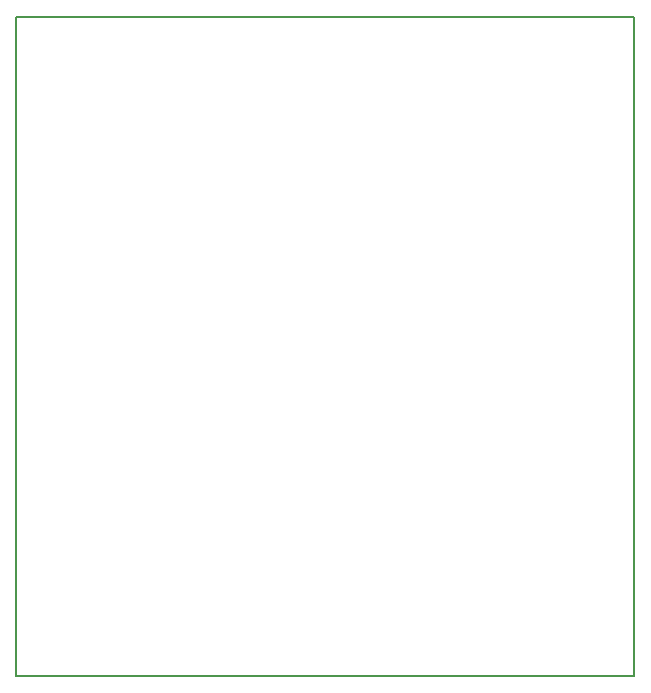
<source format=gm1>
G04 #@! TF.GenerationSoftware,KiCad,Pcbnew,(5.0.0)*
G04 #@! TF.CreationDate,2018-10-02T15:53:08+08:00*
G04 #@! TF.ProjectId,Clouduino Stratus v1.0,436C6F756475696E6F20537472617475,rev?*
G04 #@! TF.SameCoordinates,Original*
G04 #@! TF.FileFunction,Profile,NP*
%FSLAX46Y46*%
G04 Gerber Fmt 4.6, Leading zero omitted, Abs format (unit mm)*
G04 Created by KiCad (PCBNEW (5.0.0)) date 10/02/18 15:53:08*
%MOMM*%
%LPD*%
G01*
G04 APERTURE LIST*
%ADD10C,0.150000*%
G04 APERTURE END LIST*
D10*
X104648000Y-102362000D02*
X110109000Y-102362000D01*
X104648000Y-46609000D02*
X104648000Y-102362000D01*
X107950000Y-46609000D02*
X104648000Y-46609000D01*
X110490000Y-46609000D02*
X107950000Y-46609000D01*
X156972000Y-102362000D02*
X110109000Y-102362000D01*
X156972000Y-46609000D02*
X156972000Y-102362000D01*
X153543000Y-46609000D02*
X156972000Y-46609000D01*
X151003000Y-46609000D02*
X153543000Y-46609000D01*
X139827000Y-46609000D02*
X151003000Y-46609000D01*
X122936000Y-46609000D02*
X139827000Y-46609000D01*
X110490000Y-46609000D02*
X122936000Y-46609000D01*
M02*

</source>
